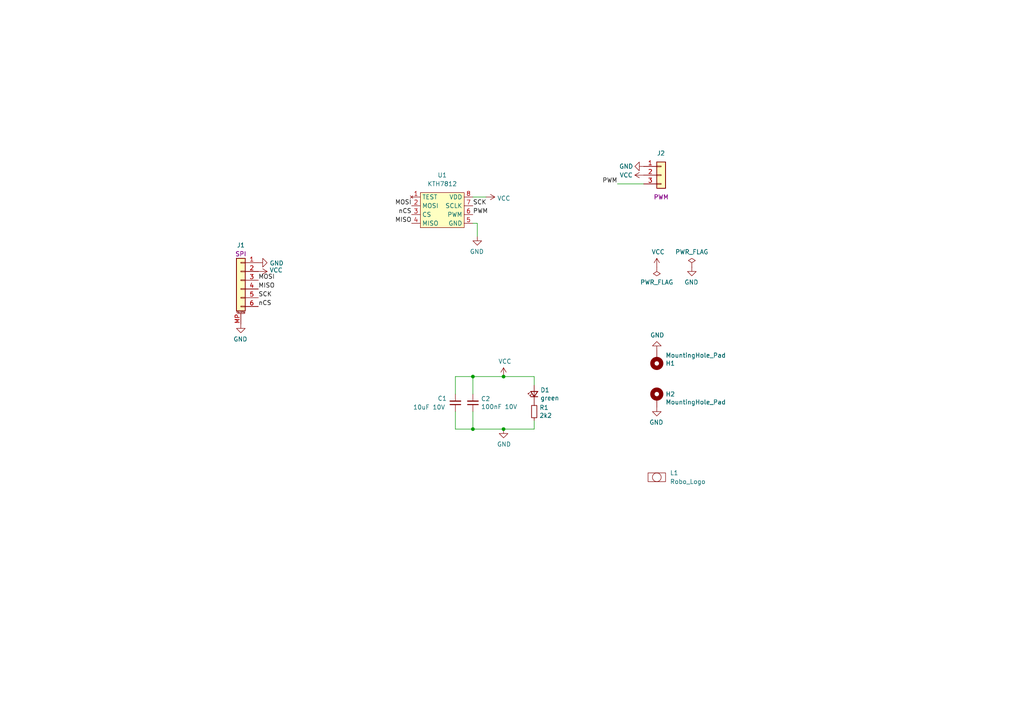
<source format=kicad_sch>
(kicad_sch (version 20250114) (generator "eeschema") (generator_version "9.0")
  (paper "A4")
  (lib_symbols
    (symbol "Connector_Generic:Conn_01x03" (pin_names (offset 1.016) (hide yes))
      (property "Reference" "J" (at 0 5.08 0))
      (property "Value" "Conn_01x03" (at 0 -5.08 0))
      (symbol "Conn_01x03_1_1"
        (rectangle (start -1.27 3.81) (end 1.27 -3.81) (stroke (width 0.254)) (fill (type background)))
        (rectangle (start -1.27 2.667) (end 0 2.413) (stroke (width 0.1524)))
        (rectangle (start -1.27 0.127) (end 0 -0.127) (stroke (width 0.1524)))
        (rectangle (start -1.27 -2.413) (end 0 -2.667) (stroke (width 0.1524)))
        (pin passive line (at -5.08 2.54 0) (length 3.81) (name "Pin_1") (number "1"))
        (pin passive line (at -5.08 0 0) (length 3.81) (name "Pin_2") (number "2"))
        (pin passive line (at -5.08 -2.54 0) (length 3.81) (name "Pin_3") (number "3"))
      )
    )
    (symbol "Connector_Generic_MountingPin:Conn_01x06_MountingPin" (pin_names (offset 1.016) (hide yes))
      (property "Reference" "J" (at 0 7.62 0))
      (property "Value" "Conn_01x06_MountingPin" (at 1.27 -10.16 0))
      (symbol "Conn_01x06_MountingPin_1_1"
        (rectangle (start -1.27 6.35) (end 1.27 -8.89) (stroke (width 0.254)) (fill (type background)))
        (rectangle (start -1.27 5.207) (end 0 4.953) (stroke (width 0.1524)))
        (rectangle (start -1.27 2.667) (end 0 2.413) (stroke (width 0.1524)))
        (rectangle (start -1.27 0.127) (end 0 -0.127) (stroke (width 0.1524)))
        (rectangle (start -1.27 -2.413) (end 0 -2.667) (stroke (width 0.1524)))
        (rectangle (start -1.27 -4.953) (end 0 -5.207) (stroke (width 0.1524)))
        (rectangle (start -1.27 -7.493) (end 0 -7.747) (stroke (width 0.1524)))
        (polyline (pts (xy -1.016 -9.652) (xy 1.016 -9.652)) (stroke (width 0.1524)))
        (text "Mounting" (at 0 -9.271 0) (effects (font (size 0.381 0.381))))
        (pin passive line (at -5.08 5.08 0) (length 3.81) (name "Pin_1") (number "1"))
        (pin passive line (at -5.08 2.54 0) (length 3.81) (name "Pin_2") (number "2"))
        (pin passive line (at -5.08 0 0) (length 3.81) (name "Pin_3") (number "3"))
        (pin passive line (at -5.08 -2.54 0) (length 3.81) (name "Pin_4") (number "4"))
        (pin passive line (at -5.08 -5.08 0) (length 3.81) (name "Pin_5") (number "5"))
        (pin passive line (at -5.08 -7.62 0) (length 3.81) (name "Pin_6") (number "6"))
        (pin passive line (at 0 -12.7 90) (length 3.048) (name "MountPin") (number "MP"))
      )
    )
    (symbol "Device:C_Small" (pin_numbers (hide yes)) (pin_names (offset 0.254) (hide yes))
      (property "Reference" "C" (at 0.254 1.778 0))
      (property "Value" "C_Small" (at 0.254 -2.032 0))
      (symbol "C_Small_0_1"
        (polyline (pts (xy -1.524 0.508) (xy 1.524 0.508)) (stroke (width 0.3048)))
        (polyline (pts (xy -1.524 -0.508) (xy 1.524 -0.508)) (stroke (width 0.3302)))
      )
      (symbol "C_Small_1_1"
        (pin passive line (at 0 2.54 270) (length 2.032) (name "~") (number "1"))
        (pin passive line (at 0 -2.54 90) (length 2.032) (name "~") (number "2"))
      )
    )
    (symbol "Device:LED_Small" (pin_numbers (hide yes)) (pin_names (offset 0.254) (hide yes))
      (property "Reference" "D" (at -1.27 3.175 0))
      (property "Value" "LED_Small" (at -4.445 -2.54 0))
      (symbol "LED_Small_0_1"
        (polyline (pts (xy -0.762 -1.016) (xy -0.762 1.016)) (stroke (width 0.254)))
        (polyline (pts (xy 0 0.762) (xy -0.508 1.27) (xy -0.254 1.27) (xy -0.508 1.27) (xy -0.508 1.016)))
        (polyline (pts (xy 0.508 1.27) (xy 0 1.778) (xy 0.254 1.778) (xy 0 1.778) (xy 0 1.524)))
        (polyline (pts (xy 0.762 -1.016) (xy -0.762 0) (xy 0.762 1.016) (xy 0.762 -1.016)) (stroke (width 0.254)))
        (polyline (pts (xy 1.016 0) (xy -0.762 0)))
      )
      (symbol "LED_Small_1_1"
        (pin passive line (at -2.54 0 0) (length 1.778) (name "K") (number "1"))
        (pin passive line (at 2.54 0 180) (length 1.778) (name "A") (number "2"))
      )
    )
    (symbol "Device:R_Small" (pin_numbers (hide yes)) (pin_names (offset 0.254) (hide yes))
      (property "Reference" "R" (at 0.762 0.508 0))
      (property "Value" "R_Small" (at 0.762 -1.016 0))
      (symbol "R_Small_0_1"
        (rectangle (start -0.762 1.778) (end 0.762 -1.778) (stroke (width 0.2032)))
      )
      (symbol "R_Small_1_1"
        (pin passive line (at 0 2.54 270) (length 0.762) (name "~") (number "1"))
        (pin passive line (at 0 -2.54 90) (length 0.762) (name "~") (number "2"))
      )
    )
    (symbol "Mechanical:MountingHole_Pad" (pin_numbers (hide yes)) (pin_names (offset 1.016) (hide yes))
      (property "Reference" "H" (at 0 6.35 0))
      (property "Value" "MountingHole_Pad" (at 0 4.445 0))
      (symbol "MountingHole_Pad_0_1"
        (circle (center 0 1.27) (radius 1.27) (stroke (width 1.27)))
      )
      (symbol "MountingHole_Pad_1_1"
        (pin input line (at 0 -2.54 90) (length 2.54) (name "1") (number "1"))
      )
    )
    (symbol "power:GND" (power) (pin_names (offset 0))
      (property "Value" "GND" (at 0 -3.81 0))
      (symbol "GND_0_1"
        (polyline (pts (xy 0 0) (xy 0 -1.27) (xy 1.27 -1.27) (xy 0 -2.54) (xy -1.27 -1.27) (xy 0 -1.27)))
      )
      (symbol "GND_1_1"
        (pin power_in line (at 0 0 270) (length 0) (hide yes) (name "GND") (number "1"))
      )
    )
    (symbol "power:PWR_FLAG" (power) (pin_numbers (hide yes)) (pin_names (offset 0) (hide yes))
      (property "Value" "PWR_FLAG" (at 0 3.81 0))
      (symbol "PWR_FLAG_0_0"
        (pin power_out line (at 0 0 90) (length 0) (name "pwr") (number "1"))
      )
      (symbol "PWR_FLAG_0_1"
        (polyline (pts (xy 0 0) (xy 0 1.27) (xy -1.016 1.905) (xy 0 2.54) (xy 1.016 1.905) (xy 0 1.27)))
      )
    )
    (symbol "power:VCC" (power) (pin_names (offset 0))
      (property "Value" "VCC" (at 0 3.81 0))
      (symbol "VCC_0_1"
        (polyline (pts (xy -0.762 1.27) (xy 0 2.54)))
        (polyline (pts (xy 0 2.54) (xy 0.762 1.27)))
        (polyline (pts (xy 0 0) (xy 0 2.54)))
      )
      (symbol "VCC_1_1"
        (pin power_in line (at 0 0 90) (length 0) (hide yes) (name "VCC") (number "1"))
      )
    )
    (symbol "runger:KTH7812-X-X-SOP-8"
      (property "Reference" "U" (at 0 0 0))
      (property "Value" "KTH7812" (at 0 -6.35 0))
      (symbol "KTH7812-X-X-SOP-8_0_0"
        (pin no_connect line (at -8.89 3.81 0) (length 2.54) (name "TEST") (number "1"))
        (pin input line (at -8.89 1.27 0) (length 2.54) (name "MOSI") (number "2"))
        (pin input line (at -8.89 -1.27 0) (length 2.54) (name "CS") (number "3"))
        (pin output line (at -8.89 -3.81 0) (length 2.54) (name "MISO") (number "4"))
        (pin power_in line (at 8.89 3.81 180) (length 2.54) (name "VDD") (number "8"))
        (pin input line (at 8.89 1.27 180) (length 2.54) (name "SCLK") (number "7"))
        (pin output line (at 8.89 -1.27 180) (length 2.54) (name "PWM") (number "6"))
        (pin power_in line (at 8.89 -3.81 180) (length 2.54) (name "GND") (number "5"))
      )
      (symbol "KTH7812-X-X-SOP-8_1_1"
        (rectangle (start -6.35 5.08) (end 6.35 -5.08) (fill (type background)))
      )
    )
    (symbol "runger:Robo_Logo" (in_bom no)
      (property "Reference" "L" (at 0 3.81 0))
      (property "Value" "Robo_Logo" (at 0 -3.81 0))
      (symbol "Robo_Logo_0_1"
        (rectangle (start -2.54 1.27) (end 2.54 -1.27) (stroke (width 0.1524)))
        (circle (center 0 0) (radius 1.27) (stroke (width 0.1524)))
      )
    )
  )
  (junction (at 137.16 124.46))
  (junction (at 146.05 124.46))
  (junction (at 146.05 109.22))
  (junction (at 137.16 109.22))
  (wire (pts (xy 146.05 109.22) (xy 154.94 109.22)))
  (wire (pts (xy 154.94 109.22) (xy 154.94 111.76)))
  (wire (pts (xy 154.94 124.46) (xy 146.05 124.46)))
  (wire (pts (xy 137.16 64.77) (xy 138.43 64.77)))
  (wire (pts (xy 179.07 53.34) (xy 186.69 53.34)))
  (wire (pts (xy 137.16 124.46) (xy 137.16 119.38)))
  (wire (pts (xy 132.08 119.38) (xy 132.08 124.46)))
  (wire (pts (xy 154.94 121.92) (xy 154.94 124.46)))
  (wire (pts (xy 137.16 109.22) (xy 146.05 109.22)))
  (wire (pts (xy 140.97 57.15) (xy 137.16 57.15)))
  (wire (pts (xy 132.08 109.22) (xy 137.16 109.22)))
  (wire (pts (xy 138.43 64.77) (xy 138.43 68.58)))
  (wire (pts (xy 137.16 109.22) (xy 137.16 114.3)))
  (wire (pts (xy 146.05 124.46) (xy 137.16 124.46)))
  (wire (pts (xy 132.08 124.46) (xy 137.16 124.46)))
  (wire (pts (xy 132.08 114.3) (xy 132.08 109.22)))
  (label "SCK" (at 137.16 59.69 0))
  (label "SCK" (at 74.93 86.36 0))
  (label "MISO" (at 119.38 64.77 180))
  (label "MOSI" (at 74.93 81.28 0))
  (label "nCS" (at 119.38 62.23 180))
  (label "PWM" (at 179.07 53.34 180))
  (label "nCS" (at 74.93 88.9 0))
  (label "PWM" (at 137.16 62.23 0))
  (label "MISO" (at 74.93 83.82 0))
  (label "MOSI" (at 119.38 59.69 180))
  (symbol (lib_id "Device:C_Small") (at 132.08 116.84 180) (unit 1)
    (property "Reference" "C1" (at 128.27 115.57 0))
    (property "Value" "10uF 10V" (at 124.46 118.11 0))
    (property "Footprint" "Capacitor_SMD:C_0805_2012Metric" (effects (hide yes)))
  )
  (symbol (lib_id "power:VCC") (at 74.93 78.74 270) (mirror x) (unit 1)
    (property "Reference" "#PWR03" (effects (hide yes)))
    (property "Value" "VCC" (at 78.1558 78.359 90) (effects (justify left)))
  )
  (symbol (lib_id "power:VCC") (at 140.97 57.15 270) (unit 1)
    (property "Reference" "#PWR06" (effects (hide yes)))
    (property "Value" "VCC" (at 144.1958 57.531 90) (effects (justify left)))
  )
  (symbol (lib_id "power:GND") (at 138.43 68.58 0) (mirror y) (unit 1)
    (property "Reference" "#PWR04" (effects (hide yes)))
    (property "Value" "GND" (at 138.303 72.9742 0))
  )
  (symbol (lib_id "Connector_Generic_MountingPin:Conn_01x06_MountingPin") (at 69.85 81.28 0) (mirror y) (unit 1)
    (property "Reference" "J1" (at 69.85 71.12 0))
    (property "Value" "Conn_01x06_MountingPin" (effects (hide yes)))
    (property "Footprint" "Connector_JST:JST_SH_SM06B-SRSS-TB_1x06-1MP_P1.00mm_Horizontal" (effects (hide yes)))
    (property "Port" "SPI" (at 69.85 73.66 0))
    (property "Manu" "Scondar Electronic Limited" (effects (hide yes)))
    (property "Part" "SCT-WR-S-06P" (effects (hide yes)))
    (property "Notes" "JST SH_SM06B-SRSS-TB_1x06-1MP_P1.00mm_Horizontal or compatible" (effects (hide yes)))
  )
  (symbol (lib_id "power:GND") (at 69.85 93.98 0) (mirror y) (unit 1)
    (property "Reference" "#PWR01" (effects (hide yes)))
    (property "Value" "GND" (at 69.723 98.3742 0))
  )
  (symbol (lib_id "power:GND") (at 74.93 76.2 90) (mirror x) (unit 1)
    (property "Reference" "#PWR02" (effects (hide yes)))
    (property "Value" "GND" (at 78.1812 76.327 90) (effects (justify right)))
  )
  (symbol (lib_id "power:GND") (at 190.5 118.11 0) (mirror y) (unit 1)
    (property "Reference" "#PWR08" (effects (hide yes)))
    (property "Value" "GND" (at 190.373 122.5042 0))
  )
  (symbol (lib_id "Mechanical:MountingHole_Pad") (at 190.5 115.57 0) (unit 1)
    (property "Reference" "H2" (at 193.04 114.3254 0) (effects (justify left)))
    (property "Value" "MountingHole_Pad" (at 193.04 116.6368 0) (effects (justify left)))
    (property "Footprint" "MountingHole:MountingHole_2.2mm_M2_ISO7380_Pad" (effects (hide yes)))
  )
  (symbol (lib_id "Mechanical:MountingHole_Pad") (at 190.5 104.14 0) (mirror x) (unit 1)
    (property "Reference" "H1" (at 193.04 105.3846 0) (effects (justify left)))
    (property "Value" "MountingHole_Pad" (at 193.04 103.0732 0) (effects (justify left)))
    (property "Footprint" "MountingHole:MountingHole_2.2mm_M2_ISO7380_Pad" (effects (hide yes)))
  )
  (symbol (lib_id "power:VCC") (at 190.5 77.47 0) (unit 1)
    (property "Reference" "#PWR0101" (effects (hide yes)))
    (property "Value" "VCC" (at 190.881 73.0758 0))
  )
  (symbol (lib_id "power:PWR_FLAG") (at 190.5 77.47 180) (unit 1)
    (property "Reference" "#FLG0101" (effects (hide yes)))
    (property "Value" "PWR_FLAG" (at 190.5 81.8642 0))
  )
  (symbol (lib_id "Device:C_Small") (at 137.16 116.84 180) (unit 1)
    (property "Reference" "C2" (at 139.4968 115.6716 0) (effects (justify right)))
    (property "Value" "100nF 10V" (at 139.4968 117.983 0) (effects (justify right)))
    (property "Footprint" "Capacitor_SMD:C_0603_1608Metric" (effects (hide yes)))
  )
  (symbol (lib_id "power:VCC") (at 146.05 109.22 0) (unit 1)
    (property "Reference" "#PWR09" (effects (hide yes)))
    (property "Value" "VCC" (at 146.431 104.8258 0))
  )
  (symbol (lib_id "power:GND") (at 146.05 124.46 0) (unit 1)
    (property "Reference" "#PWR010" (effects (hide yes)))
    (property "Value" "GND" (at 146.177 128.8542 0))
  )
  (symbol (lib_id "Device:R_Small") (at 154.94 119.38 0) (unit 1)
    (property "Reference" "R1" (at 156.4386 118.2116 0) (effects (justify left)))
    (property "Value" "2k2" (at 156.4386 120.523 0) (effects (justify left)))
    (property "Footprint" "Resistor_SMD:R_0805_2012Metric" (effects (hide yes)))
    (property "Part" "Generic 2k2 Resistor" (effects (hide yes)))
    (property "Manu" "Generic" (effects (hide yes)))
  )
  (symbol (lib_id "Device:LED_Small") (at 154.94 114.3 90) (unit 1)
    (property "Reference" "D1" (at 156.718 113.1316 90) (effects (justify right)))
    (property "Value" "green" (at 156.718 115.443 90) (effects (justify right)))
    (property "Footprint" "LED_SMD:LED_0805_2012Metric" (effects (hide yes)))
    (property "Notes" "inexpensive green LED please" (effects (hide yes)))
  )
  (symbol (lib_id "runger:Robo_Logo") (at 190.5 138.43 0) (unit 1) (in_bom no)
    (property "Reference" "L1" (at 194.31 137.1599 0) (effects (justify left)))
    (property "Value" "Robo_Logo" (at 194.31 139.6999 0) (effects (justify left)))
    (property "Footprint" "runger:Robo_logo2" (effects (hide yes)))
  )
  (symbol (lib_id "power:VCC") (at 186.69 50.8 90) (unit 1)
    (property "Reference" "#PWR05" (effects (hide yes)))
    (property "Value" "VCC" (at 181.61 50.8 90))
  )
  (symbol (lib_id "power:GND") (at 186.69 48.26 270) (unit 1)
    (property "Reference" "#PWR012" (effects (hide yes)))
    (property "Value" "GND" (at 181.61 48.26 90))
  )
  (symbol (lib_id "Connector_Generic:Conn_01x03") (at 191.77 50.8 0) (unit 1)
    (property "Reference" "J2" (at 190.5 44.45 0) (effects (justify left)))
    (property "Value" "Conn_01x03" (effects (hide yes)))
    (property "Footprint" "Connector_PinHeader_2.54mm:PinHeader_1x03_P2.54mm_Vertical" (effects (hide yes)))
    (property "Port" "PWM" (at 191.77 57.15 0))
  )
  (symbol (lib_id "power:GND") (at 190.5 101.6 0) (mirror x) (unit 1)
    (property "Reference" "#PWR07" (effects (hide yes)))
    (property "Value" "GND" (at 190.627 97.2058 0))
  )
  (symbol (lib_id "power:PWR_FLAG") (at 200.66 77.47 0) (unit 1)
    (property "Reference" "#FLG0102" (effects (hide yes)))
    (property "Value" "PWR_FLAG" (at 200.66 73.0758 0))
  )
  (symbol (lib_id "power:GND") (at 200.66 77.47 0) (mirror y) (unit 1)
    (property "Reference" "#PWR0102" (effects (hide yes)))
    (property "Value" "GND" (at 200.533 81.8642 0))
  )
  (symbol (lib_id "runger:KTH7812-X-X-SOP-8") (at 128.27 60.96 0) (unit 1)
    (property "Reference" "U1" (at 128.27 50.8 0))
    (property "Value" "KTH7812" (at 128.27 53.34 0))
    (property "Footprint" "Package_SO:SOP-8_3.76x4.96mm_P1.27mm" (effects (hide yes)))
    (property "Description" "16-bit Programmable non-contact Hall magnetic encoders with ABZ and PWM outputs" (effects (hide yes)))
  )
)
</source>
